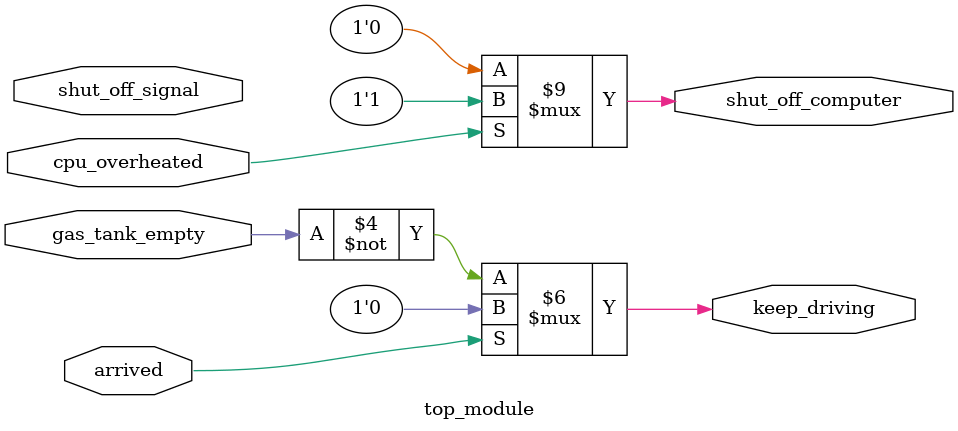
<source format=sv>
module top_module (
	input cpu_overheated,
	input arrived,
	input gas_tank_empty,
	input shut_off_signal,
	output reg shut_off_computer,
	output reg keep_driving
);

always @(*) begin
	if (cpu_overheated) begin
		shut_off_computer = 1;
	end else begin
		shut_off_computer = 0;
	end
end

always @(*) begin
	if (arrived == 0) begin
		keep_driving = ~gas_tank_empty;
	end else begin
		keep_driving = 0;
	end
end

endmodule

</source>
